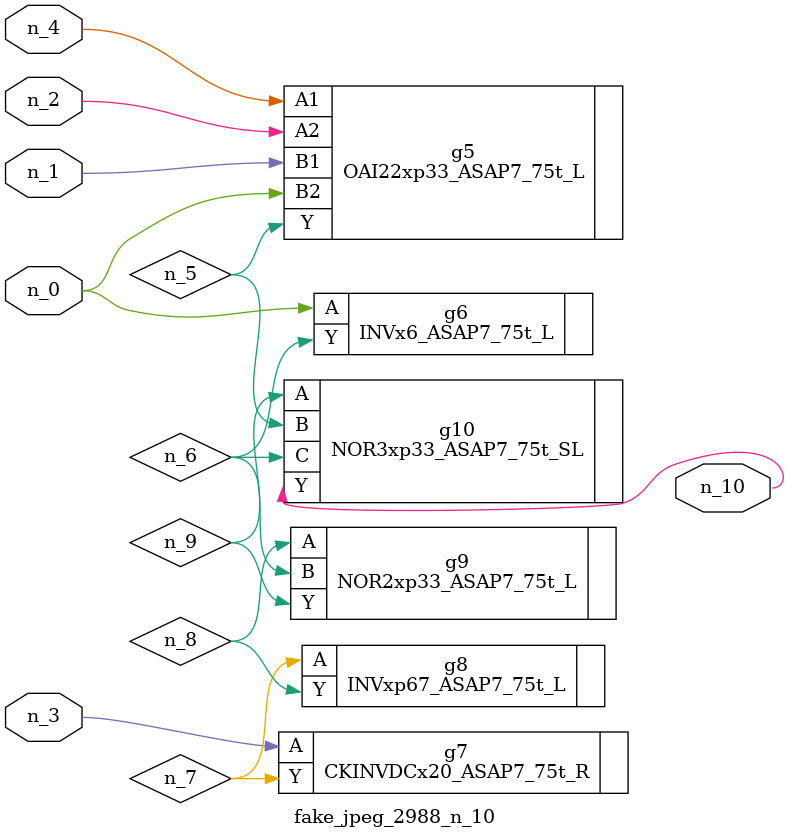
<source format=v>
module fake_jpeg_2988_n_10 (n_3, n_2, n_1, n_0, n_4, n_10);

input n_3;
input n_2;
input n_1;
input n_0;
input n_4;

output n_10;

wire n_8;
wire n_9;
wire n_6;
wire n_5;
wire n_7;

OAI22xp33_ASAP7_75t_L g5 ( 
.A1(n_4),
.A2(n_2),
.B1(n_1),
.B2(n_0),
.Y(n_5)
);

INVx6_ASAP7_75t_L g6 ( 
.A(n_0),
.Y(n_6)
);

CKINVDCx20_ASAP7_75t_R g7 ( 
.A(n_3),
.Y(n_7)
);

INVxp67_ASAP7_75t_L g8 ( 
.A(n_7),
.Y(n_8)
);

NOR2xp33_ASAP7_75t_L g9 ( 
.A(n_8),
.B(n_6),
.Y(n_9)
);

NOR3xp33_ASAP7_75t_SL g10 ( 
.A(n_9),
.B(n_5),
.C(n_6),
.Y(n_10)
);


endmodule
</source>
